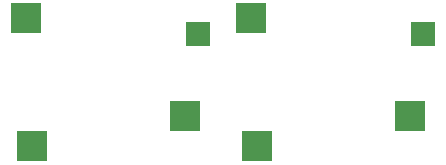
<source format=gbr>
G04 #@! TF.GenerationSoftware,KiCad,Pcbnew,(5.1.4)-1*
G04 #@! TF.CreationDate,2023-09-09T05:31:09-04:00*
G04 #@! TF.ProjectId,ThumbsUp,5468756d-6273-4557-902e-6b696361645f,rev?*
G04 #@! TF.SameCoordinates,Original*
G04 #@! TF.FileFunction,Paste,Bot*
G04 #@! TF.FilePolarity,Positive*
%FSLAX46Y46*%
G04 Gerber Fmt 4.6, Leading zero omitted, Abs format (unit mm)*
G04 Created by KiCad (PCBNEW (5.1.4)-1) date 2023-09-09 05:31:09*
%MOMM*%
%LPD*%
G04 APERTURE LIST*
%ADD10R,2.550000X2.500000*%
%ADD11R,2.000000X2.000000*%
G04 APERTURE END LIST*
D10*
X115200000Y-341640061D03*
D11*
X129800000Y-342990061D03*
D10*
X115758000Y-352470061D03*
X128685000Y-349930061D03*
X96136046Y-341640061D03*
D11*
X110736046Y-342990061D03*
D10*
X96694046Y-352470061D03*
X109621046Y-349930061D03*
M02*

</source>
